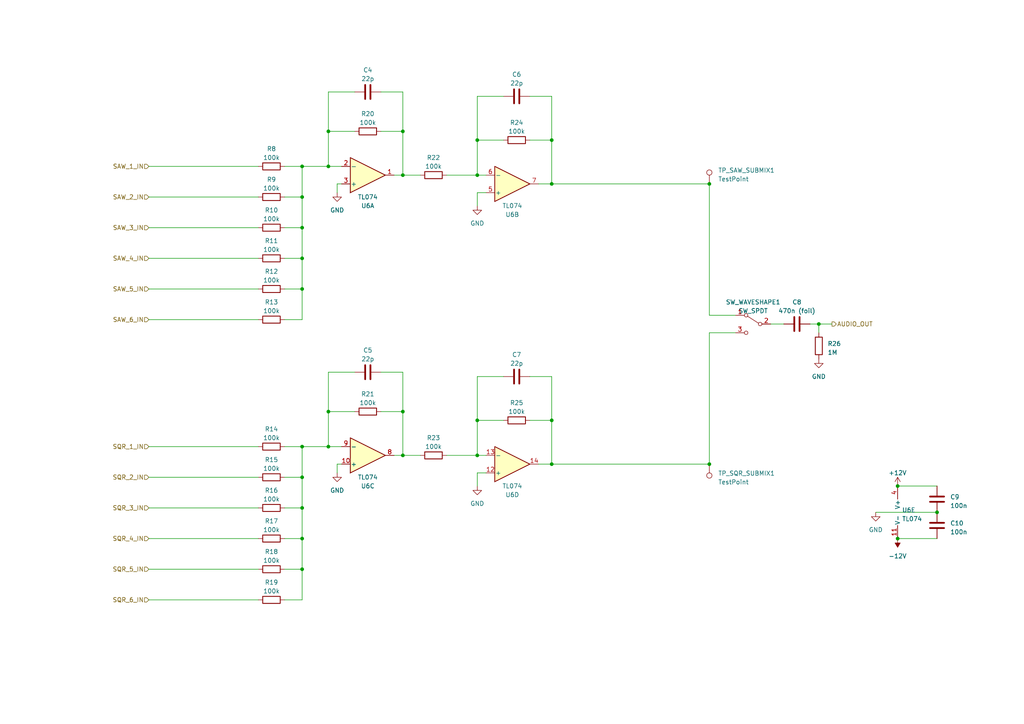
<source format=kicad_sch>
(kicad_sch (version 20230121) (generator eeschema)
  (paper "A4")
  (lib_symbols
    (symbol "Amplifier_Operational:TL074" (pin_names (offset 0.127))
      (property "Reference" "U" (at 0 5.08 0))
      (property "Value" "TL074" (at 0 -5.08 0))
      (symbol "TL074_1_1"
        (polyline (pts (xy -5.08 5.08) (xy 5.08 0) (xy -5.08 -5.08) (xy -5.08 5.08)) (stroke (width 0.254)) (fill (type background)))
        (pin output line (at 7.62 0 180) (length 2.54) (name "~") (number "1"))
        (pin input line (at -7.62 -2.54 0) (length 2.54) (name "-") (number "2"))
        (pin input line (at -7.62 2.54 0) (length 2.54) (name "+") (number "3"))
      )
      (symbol "TL074_2_1"
        (polyline (pts (xy -5.08 5.08) (xy 5.08 0) (xy -5.08 -5.08) (xy -5.08 5.08)) (stroke (width 0.254)) (fill (type background)))
        (pin input line (at -7.62 2.54 0) (length 2.54) (name "+") (number "5"))
        (pin input line (at -7.62 -2.54 0) (length 2.54) (name "-") (number "6"))
        (pin output line (at 7.62 0 180) (length 2.54) (name "~") (number "7"))
      )
      (symbol "TL074_3_1"
        (polyline (pts (xy -5.08 5.08) (xy 5.08 0) (xy -5.08 -5.08) (xy -5.08 5.08)) (stroke (width 0.254)) (fill (type background)))
        (pin input line (at -7.62 2.54 0) (length 2.54) (name "+") (number "10"))
        (pin output line (at 7.62 0 180) (length 2.54) (name "~") (number "8"))
        (pin input line (at -7.62 -2.54 0) (length 2.54) (name "-") (number "9"))
      )
      (symbol "TL074_4_1"
        (polyline (pts (xy -5.08 5.08) (xy 5.08 0) (xy -5.08 -5.08) (xy -5.08 5.08)) (stroke (width 0.254)) (fill (type background)))
        (pin input line (at -7.62 2.54 0) (length 2.54) (name "+") (number "12"))
        (pin input line (at -7.62 -2.54 0) (length 2.54) (name "-") (number "13"))
        (pin output line (at 7.62 0 180) (length 2.54) (name "~") (number "14"))
      )
      (symbol "TL074_5_1"
        (pin power_in line (at -2.54 -7.62 90) (length 3.81) (name "V-") (number "11"))
        (pin power_in line (at -2.54 7.62 270) (length 3.81) (name "V+") (number "4"))
      )
    )
    (symbol "Connector:TestPoint" (pin_numbers hide) (pin_names (offset 0.762) hide)
      (property "Reference" "TP" (at 0 6.858 0))
      (property "Value" "TestPoint" (at 0 5.08 0))
      (symbol "TestPoint_0_1"
        (circle (center 0 3.302) (radius 0.762))
      )
      (symbol "TestPoint_1_1"
        (pin passive line (at 0 0 90) (length 2.54) (name "1") (number "1"))
      )
    )
    (symbol "Device:C" (pin_numbers hide) (pin_names (offset 0.254))
      (property "Reference" "C" (at 0.635 2.54 0))
      (property "Value" "C" (at 0.635 -2.54 0))
      (symbol "C_0_1"
        (polyline (pts (xy -2.032 -0.762) (xy 2.032 -0.762)) (stroke (width 0.508)))
        (polyline (pts (xy -2.032 0.762) (xy 2.032 0.762)) (stroke (width 0.508)))
      )
      (symbol "C_1_1"
        (pin passive line (at 0 3.81 270) (length 2.794) (name "~") (number "1"))
        (pin passive line (at 0 -3.81 90) (length 2.794) (name "~") (number "2"))
      )
    )
    (symbol "Device:R" (pin_numbers hide) (pin_names (offset 0))
      (property "Reference" "R" (at 2.032 0 90))
      (property "Value" "R" (at 0 0 90))
      (symbol "R_0_1"
        (rectangle (start -1.016 -2.54) (end 1.016 2.54) (stroke (width 0.254)))
      )
      (symbol "R_1_1"
        (pin passive line (at 0 3.81 270) (length 1.27) (name "~") (number "1"))
        (pin passive line (at 0 -3.81 90) (length 1.27) (name "~") (number "2"))
      )
    )
    (symbol "Switch:SW_SPDT" (pin_names (offset 0) hide)
      (property "Reference" "SW" (at 0 4.318 0))
      (property "Value" "SW_SPDT" (at 0 -5.08 0))
      (symbol "SW_SPDT_0_0"
        (circle (center -2.032 0) (radius 0.508))
        (circle (center 2.032 -2.54) (radius 0.508))
      )
      (symbol "SW_SPDT_0_1"
        (polyline (pts (xy -1.524 0.254) (xy 1.651 2.286)))
        (circle (center 2.032 2.54) (radius 0.508))
      )
      (symbol "SW_SPDT_1_1"
        (pin passive line (at 5.08 2.54 180) (length 2.54) (name "A") (number "1"))
        (pin passive line (at -5.08 0 0) (length 2.54) (name "B") (number "2"))
        (pin passive line (at 5.08 -2.54 180) (length 2.54) (name "C") (number "3"))
      )
    )
    (symbol "power:+12V" (power) (pin_names (offset 0))
      (property "Value" "+12V" (at 0 3.556 0))
      (symbol "+12V_0_1"
        (polyline (pts (xy -0.762 1.27) (xy 0 2.54)))
        (polyline (pts (xy 0 0) (xy 0 2.54)))
        (polyline (pts (xy 0 2.54) (xy 0.762 1.27)))
      )
      (symbol "+12V_1_1"
        (pin power_in line (at 0 0 90) (length 0) hide (name "+12V") (number "1"))
      )
    )
    (symbol "power:-12V" (power) (pin_names (offset 0))
      (property "Value" "-12V" (at 0 3.81 0))
      (symbol "-12V_0_0"
        (pin power_in line (at 0 0 90) (length 0) hide (name "-12V") (number "1"))
      )
      (symbol "-12V_0_1"
        (polyline (pts (xy 0 0) (xy 0 1.27) (xy 0.762 1.27) (xy 0 2.54) (xy -0.762 1.27) (xy 0 1.27)) (fill (type outline)))
      )
    )
    (symbol "power:GND" (power) (pin_names (offset 0))
      (property "Value" "GND" (at 0 -3.81 0))
      (symbol "GND_0_1"
        (polyline (pts (xy 0 0) (xy 0 -1.27) (xy 1.27 -1.27) (xy 0 -2.54) (xy -1.27 -1.27) (xy 0 -1.27)))
      )
      (symbol "GND_1_1"
        (pin power_in line (at 0 0 270) (length 0) hide (name "GND") (number "1"))
      )
    )
  )
  (junction (at 138.43 132.08))
  (junction (at 87.63 138.43))
  (junction (at 205.74 134.62))
  (junction (at 116.84 38.1))
  (junction (at 87.63 48.26))
  (junction (at 87.63 83.82))
  (junction (at 138.43 121.92))
  (junction (at 160.02 40.64))
  (junction (at 87.63 57.15))
  (junction (at 138.43 50.8))
  (junction (at 116.84 50.8))
  (junction (at 260.35 156.21))
  (junction (at 95.25 38.1))
  (junction (at 205.74 53.34))
  (junction (at 95.25 119.38))
  (junction (at 271.78 148.59))
  (junction (at 87.63 147.32))
  (junction (at 87.63 129.54))
  (junction (at 87.63 165.1))
  (junction (at 138.43 40.64))
  (junction (at 237.49 93.98))
  (junction (at 160.02 134.62))
  (junction (at 116.84 132.08))
  (junction (at 160.02 53.34))
  (junction (at 87.63 74.93))
  (junction (at 95.25 48.26))
  (junction (at 260.35 140.97))
  (junction (at 160.02 121.92))
  (junction (at 87.63 156.21))
  (junction (at 87.63 66.04))
  (junction (at 116.84 119.38))
  (junction (at 95.25 129.54))
  (wire (pts (xy 116.84 50.8) (xy 114.3 50.8)))
  (wire (pts (xy 87.63 92.71) (xy 82.55 92.71)))
  (wire (pts (xy 95.25 107.95) (xy 95.25 119.38)))
  (wire (pts (xy 138.43 132.08) (xy 140.97 132.08)))
  (wire (pts (xy 43.18 48.26) (xy 74.93 48.26)))
  (wire (pts (xy 140.97 55.88) (xy 138.43 55.88)))
  (wire (pts (xy 82.55 66.04) (xy 87.63 66.04)))
  (wire (pts (xy 146.05 27.94) (xy 138.43 27.94)))
  (wire (pts (xy 95.25 119.38) (xy 95.25 129.54)))
  (wire (pts (xy 95.25 38.1) (xy 95.25 48.26)))
  (wire (pts (xy 205.74 53.34) (xy 205.74 91.44)))
  (wire (pts (xy 87.63 156.21) (xy 87.63 165.1)))
  (wire (pts (xy 43.18 83.82) (xy 74.93 83.82)))
  (wire (pts (xy 260.35 156.21) (xy 271.78 156.21)))
  (wire (pts (xy 99.06 53.34) (xy 97.79 53.34)))
  (wire (pts (xy 110.49 26.67) (xy 116.84 26.67)))
  (wire (pts (xy 205.74 91.44) (xy 213.36 91.44)))
  (wire (pts (xy 153.67 121.92) (xy 160.02 121.92)))
  (wire (pts (xy 110.49 38.1) (xy 116.84 38.1)))
  (wire (pts (xy 146.05 40.64) (xy 138.43 40.64)))
  (wire (pts (xy 140.97 137.16) (xy 138.43 137.16)))
  (wire (pts (xy 116.84 132.08) (xy 114.3 132.08)))
  (wire (pts (xy 205.74 134.62) (xy 205.74 96.52)))
  (wire (pts (xy 138.43 137.16) (xy 138.43 140.97)))
  (wire (pts (xy 160.02 53.34) (xy 205.74 53.34)))
  (wire (pts (xy 102.87 107.95) (xy 95.25 107.95)))
  (wire (pts (xy 237.49 93.98) (xy 237.49 96.52)))
  (wire (pts (xy 234.95 93.98) (xy 237.49 93.98)))
  (wire (pts (xy 43.18 173.99) (xy 74.93 173.99)))
  (wire (pts (xy 146.05 121.92) (xy 138.43 121.92)))
  (wire (pts (xy 87.63 173.99) (xy 82.55 173.99)))
  (wire (pts (xy 95.25 48.26) (xy 99.06 48.26)))
  (wire (pts (xy 102.87 38.1) (xy 95.25 38.1)))
  (wire (pts (xy 43.18 147.32) (xy 74.93 147.32)))
  (wire (pts (xy 87.63 165.1) (xy 87.63 173.99)))
  (wire (pts (xy 160.02 134.62) (xy 156.21 134.62)))
  (wire (pts (xy 87.63 48.26) (xy 95.25 48.26)))
  (wire (pts (xy 87.63 138.43) (xy 87.63 147.32)))
  (wire (pts (xy 97.79 53.34) (xy 97.79 55.88)))
  (wire (pts (xy 87.63 57.15) (xy 87.63 66.04)))
  (wire (pts (xy 102.87 26.67) (xy 95.25 26.67)))
  (wire (pts (xy 116.84 119.38) (xy 116.84 132.08)))
  (wire (pts (xy 160.02 40.64) (xy 160.02 53.34)))
  (wire (pts (xy 254 148.59) (xy 271.78 148.59)))
  (wire (pts (xy 205.74 96.52) (xy 213.36 96.52)))
  (wire (pts (xy 82.55 147.32) (xy 87.63 147.32)))
  (wire (pts (xy 87.63 83.82) (xy 87.63 92.71)))
  (wire (pts (xy 43.18 165.1) (xy 74.93 165.1)))
  (wire (pts (xy 116.84 50.8) (xy 121.92 50.8)))
  (wire (pts (xy 43.18 92.71) (xy 74.93 92.71)))
  (wire (pts (xy 138.43 55.88) (xy 138.43 59.69)))
  (wire (pts (xy 223.52 93.98) (xy 227.33 93.98)))
  (wire (pts (xy 43.18 156.21) (xy 74.93 156.21)))
  (wire (pts (xy 138.43 40.64) (xy 138.43 50.8)))
  (wire (pts (xy 160.02 121.92) (xy 160.02 134.62)))
  (wire (pts (xy 116.84 132.08) (xy 121.92 132.08)))
  (wire (pts (xy 153.67 40.64) (xy 160.02 40.64)))
  (wire (pts (xy 153.67 109.22) (xy 160.02 109.22)))
  (wire (pts (xy 260.35 140.97) (xy 271.78 140.97)))
  (wire (pts (xy 87.63 147.32) (xy 87.63 156.21)))
  (wire (pts (xy 82.55 165.1) (xy 87.63 165.1)))
  (wire (pts (xy 82.55 74.93) (xy 87.63 74.93)))
  (wire (pts (xy 97.79 134.62) (xy 97.79 137.16)))
  (wire (pts (xy 160.02 134.62) (xy 205.74 134.62)))
  (wire (pts (xy 146.05 109.22) (xy 138.43 109.22)))
  (wire (pts (xy 138.43 27.94) (xy 138.43 40.64)))
  (wire (pts (xy 95.25 129.54) (xy 99.06 129.54)))
  (wire (pts (xy 138.43 50.8) (xy 140.97 50.8)))
  (wire (pts (xy 87.63 138.43) (xy 87.63 129.54)))
  (wire (pts (xy 110.49 119.38) (xy 116.84 119.38)))
  (wire (pts (xy 138.43 109.22) (xy 138.43 121.92)))
  (wire (pts (xy 82.55 138.43) (xy 87.63 138.43)))
  (wire (pts (xy 82.55 83.82) (xy 87.63 83.82)))
  (wire (pts (xy 87.63 57.15) (xy 87.63 48.26)))
  (wire (pts (xy 110.49 107.95) (xy 116.84 107.95)))
  (wire (pts (xy 116.84 26.67) (xy 116.84 38.1)))
  (wire (pts (xy 129.54 50.8) (xy 138.43 50.8)))
  (wire (pts (xy 160.02 27.94) (xy 160.02 40.64)))
  (wire (pts (xy 43.18 66.04) (xy 74.93 66.04)))
  (wire (pts (xy 129.54 132.08) (xy 138.43 132.08)))
  (wire (pts (xy 87.63 66.04) (xy 87.63 74.93)))
  (wire (pts (xy 87.63 74.93) (xy 87.63 83.82)))
  (wire (pts (xy 43.18 129.54) (xy 74.93 129.54)))
  (wire (pts (xy 138.43 121.92) (xy 138.43 132.08)))
  (wire (pts (xy 43.18 74.93) (xy 74.93 74.93)))
  (wire (pts (xy 116.84 107.95) (xy 116.84 119.38)))
  (wire (pts (xy 160.02 53.34) (xy 156.21 53.34)))
  (wire (pts (xy 99.06 134.62) (xy 97.79 134.62)))
  (wire (pts (xy 160.02 109.22) (xy 160.02 121.92)))
  (wire (pts (xy 87.63 129.54) (xy 95.25 129.54)))
  (wire (pts (xy 82.55 48.26) (xy 87.63 48.26)))
  (wire (pts (xy 102.87 119.38) (xy 95.25 119.38)))
  (wire (pts (xy 95.25 26.67) (xy 95.25 38.1)))
  (wire (pts (xy 43.18 57.15) (xy 74.93 57.15)))
  (wire (pts (xy 82.55 129.54) (xy 87.63 129.54)))
  (wire (pts (xy 82.55 156.21) (xy 87.63 156.21)))
  (wire (pts (xy 237.49 93.98) (xy 241.3 93.98)))
  (wire (pts (xy 43.18 138.43) (xy 74.93 138.43)))
  (wire (pts (xy 116.84 38.1) (xy 116.84 50.8)))
  (wire (pts (xy 82.55 57.15) (xy 87.63 57.15)))
  (wire (pts (xy 153.67 27.94) (xy 160.02 27.94)))
  (hierarchical_label "SQR_3_IN" (shape input) (at 43.18 147.32 180))
  (hierarchical_label "SAW_5_IN" (shape input) (at 43.18 83.82 180))
  (hierarchical_label "SQR_4_IN" (shape input) (at 43.18 156.21 180))
  (hierarchical_label "AUDIO_OUT" (shape output) (at 241.3 93.98 0))
  (hierarchical_label "SQR_1_IN" (shape input) (at 43.18 129.54 180))
  (hierarchical_label "SQR_5_IN" (shape input) (at 43.18 165.1 180))
  (hierarchical_label "SQR_6_IN" (shape input) (at 43.18 173.99 180))
  (hierarchical_label "SAW_2_IN" (shape input) (at 43.18 57.15 180))
  (hierarchical_label "SQR_2_IN" (shape input) (at 43.18 138.43 180))
  (hierarchical_label "SAW_4_IN" (shape input) (at 43.18 74.93 180))
  (hierarchical_label "SAW_3_IN" (shape input) (at 43.18 66.04 180))
  (hierarchical_label "SAW_6_IN" (shape input) (at 43.18 92.71 180))
  (hierarchical_label "SAW_1_IN" (shape input) (at 43.18 48.26 180))
  (symbol (lib_id "Amplifier_Operational:TL074") (at 262.89 148.59 0) (unit 5)
    (property "Reference" "U6" (at 261.62 147.955 0) (effects (justify left)))
    (property "Value" "TL074" (at 261.62 150.495 0) (effects (justify left)))
    (property "Footprint" "PCM_Package_DIP_AKL:DIP-14_W7.62mm_LongPads" (effects hide))
    (property "Datasheet" "http://www.ti.com/lit/ds/symlink/tl071.pdf" (effects hide))
  )
  (symbol (lib_id "power:GND") (at 97.79 55.88 0) (unit 1)
    (property "Reference" "#PWR025" (effects hide))
    (property "Value" "GND" (at 97.79 60.96 0))
  )
  (symbol (lib_id "Device:R") (at 78.74 147.32 90) (unit 1)
    (property "Reference" "R16" (at 78.74 142.24 90))
    (property "Value" "100k" (at 78.74 144.78 90))
    (property "Footprint" "Shmoergh_Custom_Footprints:R_Axial_DIN0207_L6.3mm_D2.5mm_P7.62mm_Horizontal" (effects hide))
  )
  (symbol (lib_id "Device:R") (at 78.74 57.15 90) (unit 1)
    (property "Reference" "R9" (at 78.74 52.07 90))
    (property "Value" "100k" (at 78.74 54.61 90))
    (property "Footprint" "Shmoergh_Custom_Footprints:R_Axial_DIN0207_L6.3mm_D2.5mm_P7.62mm_Horizontal" (effects hide))
  )
  (symbol (lib_id "power:GND") (at 237.49 104.14 0) (unit 1)
    (property "Reference" "#PWR029" (effects hide))
    (property "Value" "GND" (at 237.49 109.22 0))
  )
  (symbol (lib_id "Device:R") (at 78.74 156.21 90) (unit 1)
    (property "Reference" "R17" (at 78.74 151.13 90))
    (property "Value" "100k" (at 78.74 153.67 90))
    (property "Footprint" "Shmoergh_Custom_Footprints:R_Axial_DIN0207_L6.3mm_D2.5mm_P7.62mm_Horizontal" (effects hide))
  )
  (symbol (lib_id "power:GND") (at 138.43 59.69 0) (unit 1)
    (property "Reference" "#PWR027" (effects hide))
    (property "Value" "GND" (at 138.43 64.77 0))
  )
  (symbol (lib_id "Device:C") (at 271.78 144.78 0) (unit 1)
    (property "Reference" "C9" (at 275.59 144.145 0) (effects (justify left)))
    (property "Value" "100n" (at 275.59 146.685 0) (effects (justify left)))
    (property "Footprint" "Capacitor_THT:C_Disc_D3.0mm_W2.0mm_P2.50mm" (effects hide))
  )
  (symbol (lib_id "Device:R") (at 106.68 119.38 90) (unit 1)
    (property "Reference" "R21" (at 106.68 114.3 90))
    (property "Value" "100k" (at 106.68 116.84 90))
    (property "Footprint" "Shmoergh_Custom_Footprints:R_Axial_DIN0207_L6.3mm_D2.5mm_P7.62mm_Horizontal" (effects hide))
  )
  (symbol (lib_id "Device:R") (at 78.74 83.82 90) (unit 1)
    (property "Reference" "R12" (at 78.74 78.74 90))
    (property "Value" "100k" (at 78.74 81.28 90))
    (property "Footprint" "Shmoergh_Custom_Footprints:R_Axial_DIN0207_L6.3mm_D2.5mm_P7.62mm_Horizontal" (effects hide))
  )
  (symbol (lib_id "Amplifier_Operational:TL074") (at 106.68 132.08 0) (mirror x) (unit 3)
    (property "Reference" "U6" (at 106.68 140.97 0))
    (property "Value" "TL074" (at 106.68 138.43 0))
    (property "Footprint" "PCM_Package_DIP_AKL:DIP-14_W7.62mm_LongPads" (effects hide))
    (property "Datasheet" "http://www.ti.com/lit/ds/symlink/tl071.pdf" (effects hide))
  )
  (symbol (lib_id "Device:C") (at 106.68 26.67 90) (unit 1)
    (property "Reference" "C4" (at 106.68 20.32 90))
    (property "Value" "22p" (at 106.68 22.86 90))
    (property "Footprint" "Capacitor_THT:C_Disc_D3.0mm_W2.0mm_P2.50mm" (effects hide))
  )
  (symbol (lib_id "Amplifier_Operational:TL074") (at 148.59 53.34 0) (mirror x) (unit 2)
    (property "Reference" "U6" (at 148.59 62.23 0))
    (property "Value" "TL074" (at 148.59 59.69 0))
    (property "Footprint" "PCM_Package_DIP_AKL:DIP-14_W7.62mm_LongPads" (effects hide))
    (property "Datasheet" "http://www.ti.com/lit/ds/symlink/tl071.pdf" (effects hide))
  )
  (symbol (lib_id "Device:R") (at 78.74 138.43 90) (unit 1)
    (property "Reference" "R15" (at 78.74 133.35 90))
    (property "Value" "100k" (at 78.74 135.89 90))
    (property "Footprint" "Shmoergh_Custom_Footprints:R_Axial_DIN0207_L6.3mm_D2.5mm_P7.62mm_Horizontal" (effects hide))
  )
  (symbol (lib_id "Device:R") (at 78.74 74.93 90) (unit 1)
    (property "Reference" "R11" (at 78.74 69.85 90))
    (property "Value" "100k" (at 78.74 72.39 90))
    (property "Footprint" "Shmoergh_Custom_Footprints:R_Axial_DIN0207_L6.3mm_D2.5mm_P7.62mm_Horizontal" (effects hide))
  )
  (symbol (lib_id "Device:C") (at 149.86 27.94 90) (unit 1)
    (property "Reference" "C6" (at 149.86 21.59 90))
    (property "Value" "22p" (at 149.86 24.13 90))
    (property "Footprint" "Capacitor_THT:C_Disc_D3.0mm_W2.0mm_P2.50mm" (effects hide))
  )
  (symbol (lib_id "Amplifier_Operational:TL074") (at 106.68 50.8 0) (mirror x) (unit 1)
    (property "Reference" "U6" (at 106.68 59.69 0))
    (property "Value" "TL074" (at 106.68 57.15 0))
    (property "Footprint" "PCM_Package_DIP_AKL:DIP-14_W7.62mm_LongPads" (effects hide))
    (property "Datasheet" "http://www.ti.com/lit/ds/symlink/tl071.pdf" (effects hide))
  )
  (symbol (lib_id "Device:R") (at 78.74 165.1 90) (unit 1)
    (property "Reference" "R18" (at 78.74 160.02 90))
    (property "Value" "100k" (at 78.74 162.56 90))
    (property "Footprint" "Shmoergh_Custom_Footprints:R_Axial_DIN0207_L6.3mm_D2.5mm_P7.62mm_Horizontal" (effects hide))
  )
  (symbol (lib_id "Device:R") (at 149.86 40.64 90) (unit 1)
    (property "Reference" "R24" (at 149.86 35.56 90))
    (property "Value" "100k" (at 149.86 38.1 90))
    (property "Footprint" "Shmoergh_Custom_Footprints:R_Axial_DIN0207_L6.3mm_D2.5mm_P7.62mm_Horizontal" (effects hide))
  )
  (symbol (lib_id "power:+12V") (at 260.35 140.97 0) (unit 1)
    (property "Reference" "#PWR031" (effects hide))
    (property "Value" "+12V" (at 260.35 137.16 0))
  )
  (symbol (lib_id "Device:C") (at 106.68 107.95 90) (unit 1)
    (property "Reference" "C5" (at 106.68 101.6 90))
    (property "Value" "22p" (at 106.68 104.14 90))
    (property "Footprint" "Capacitor_THT:C_Disc_D3.0mm_W2.0mm_P2.50mm" (effects hide))
  )
  (symbol (lib_id "Device:R") (at 78.74 129.54 90) (unit 1)
    (property "Reference" "R14" (at 78.74 124.46 90))
    (property "Value" "100k" (at 78.74 127 90))
    (property "Footprint" "Shmoergh_Custom_Footprints:R_Axial_DIN0207_L6.3mm_D2.5mm_P7.62mm_Horizontal" (effects hide))
  )
  (symbol (lib_id "Device:R") (at 78.74 48.26 90) (unit 1)
    (property "Reference" "R8" (at 78.74 43.18 90))
    (property "Value" "100k" (at 78.74 45.72 90))
    (property "Footprint" "Shmoergh_Custom_Footprints:R_Axial_DIN0207_L6.3mm_D2.5mm_P7.62mm_Horizontal" (effects hide))
  )
  (symbol (lib_id "Device:R") (at 78.74 66.04 90) (unit 1)
    (property "Reference" "R10" (at 78.74 60.96 90))
    (property "Value" "100k" (at 78.74 63.5 90))
    (property "Footprint" "Shmoergh_Custom_Footprints:R_Axial_DIN0207_L6.3mm_D2.5mm_P7.62mm_Horizontal" (effects hide))
  )
  (symbol (lib_id "Device:R") (at 78.74 173.99 90) (unit 1)
    (property "Reference" "R19" (at 78.74 168.91 90))
    (property "Value" "100k" (at 78.74 171.45 90))
    (property "Footprint" "Shmoergh_Custom_Footprints:R_Axial_DIN0207_L6.3mm_D2.5mm_P7.62mm_Horizontal" (effects hide))
  )
  (symbol (lib_id "Amplifier_Operational:TL074") (at 148.59 134.62 0) (mirror x) (unit 4)
    (property "Reference" "U6" (at 148.59 143.51 0))
    (property "Value" "TL074" (at 148.59 140.97 0))
    (property "Footprint" "PCM_Package_DIP_AKL:DIP-14_W7.62mm_LongPads" (effects hide))
    (property "Datasheet" "http://www.ti.com/lit/ds/symlink/tl071.pdf" (effects hide))
  )
  (symbol (lib_id "power:GND") (at 138.43 140.97 0) (unit 1)
    (property "Reference" "#PWR028" (effects hide))
    (property "Value" "GND" (at 138.43 146.05 0))
  )
  (symbol (lib_id "Device:C") (at 271.78 152.4 0) (unit 1)
    (property "Reference" "C10" (at 275.59 151.765 0) (effects (justify left)))
    (property "Value" "100n" (at 275.59 154.305 0) (effects (justify left)))
    (property "Footprint" "Capacitor_THT:C_Disc_D3.0mm_W2.0mm_P2.50mm" (effects hide))
  )
  (symbol (lib_id "power:GND") (at 254 148.59 0) (unit 1)
    (property "Reference" "#PWR030" (effects hide))
    (property "Value" "GND" (at 254 153.67 0))
  )
  (symbol (lib_id "Device:C") (at 231.14 93.98 90) (unit 1)
    (property "Reference" "C8" (at 231.14 87.63 90))
    (property "Value" "470n (foil)" (at 231.14 90.17 90))
    (property "Footprint" "Capacitor_THT:C_Rect_L7.0mm_W3.5mm_P5.00mm" (effects hide))
  )
  (symbol (lib_id "Device:R") (at 78.74 92.71 90) (unit 1)
    (property "Reference" "R13" (at 78.74 87.63 90))
    (property "Value" "100k" (at 78.74 90.17 90))
    (property "Footprint" "Shmoergh_Custom_Footprints:R_Axial_DIN0207_L6.3mm_D2.5mm_P7.62mm_Horizontal" (effects hide))
  )
  (symbol (lib_id "Switch:SW_SPDT") (at 218.44 93.98 0) (mirror y) (unit 1)
    (property "Reference" "SW_WAVESHAPE1" (at 218.44 87.63 0))
    (property "Value" "SW_SPDT" (at 218.44 90.17 0))
    (property "Footprint" "Shmoergh_Custom_Footprints:NSL25_01x03_Vertical" (effects hide))
  )
  (symbol (lib_id "power:-12V") (at 260.35 156.21 180) (unit 1)
    (property "Reference" "#PWR032" (effects hide))
    (property "Value" "-12V" (at 260.35 161.29 0))
  )
  (symbol (lib_id "Device:R") (at 125.73 132.08 90) (unit 1)
    (property "Reference" "R23" (at 125.73 127 90))
    (property "Value" "100k" (at 125.73 129.54 90))
    (property "Footprint" "Shmoergh_Custom_Footprints:R_Axial_DIN0207_L6.3mm_D2.5mm_P7.62mm_Horizontal" (effects hide))
  )
  (symbol (lib_id "Device:C") (at 149.86 109.22 90) (unit 1)
    (property "Reference" "C7" (at 149.86 102.87 90))
    (property "Value" "22p" (at 149.86 105.41 90))
    (property "Footprint" "Capacitor_THT:C_Disc_D3.0mm_W2.0mm_P2.50mm" (effects hide))
  )
  (symbol (lib_id "Connector:TestPoint") (at 205.74 134.62 180) (unit 1)
    (property "Reference" "TP_SQR_SUBMIX1" (at 208.28 137.287 0) (effects (justify right)))
    (property "Value" "TestPoint" (at 208.28 139.827 0) (effects (justify right)))
    (property "Footprint" "TestPoint:TestPoint_THTPad_D2.0mm_Drill1.0mm" (effects hide))
  )
  (symbol (lib_id "Device:R") (at 106.68 38.1 90) (unit 1)
    (property "Reference" "R20" (at 106.68 33.02 90))
    (property "Value" "100k" (at 106.68 35.56 90))
    (property "Footprint" "Shmoergh_Custom_Footprints:R_Axial_DIN0207_L6.3mm_D2.5mm_P7.62mm_Horizontal" (effects hide))
  )
  (symbol (lib_id "Connector:TestPoint") (at 205.74 53.34 0) (unit 1)
    (property "Reference" "TP_SAW_SUBMIX1" (at 208.28 49.403 0) (effects (justify left)))
    (property "Value" "TestPoint" (at 208.28 51.943 0) (effects (justify left)))
    (property "Footprint" "TestPoint:TestPoint_THTPad_D2.0mm_Drill1.0mm" (effects hide))
  )
  (symbol (lib_id "Device:R") (at 125.73 50.8 90) (unit 1)
    (property "Reference" "R22" (at 125.73 45.72 90))
    (property "Value" "100k" (at 125.73 48.26 90))
    (property "Footprint" "Shmoergh_Custom_Footprints:R_Axial_DIN0207_L6.3mm_D2.5mm_P7.62mm_Horizontal" (effects hide))
  )
  (symbol (lib_id "Device:R") (at 237.49 100.33 0) (unit 1)
    (property "Reference" "R26" (at 240.03 99.695 0) (effects (justify left)))
    (property "Value" "1M" (at 240.03 102.235 0) (effects (justify left)))
    (property "Footprint" "Shmoergh_Custom_Footprints:R_Axial_DIN0207_L6.3mm_D2.5mm_P7.62mm_Horizontal" (effects hide))
  )
  (symbol (lib_id "power:GND") (at 97.79 137.16 0) (unit 1)
    (property "Reference" "#PWR026" (effects hide))
    (property "Value" "GND" (at 97.79 142.24 0))
  )
  (symbol (lib_id "Device:R") (at 149.86 121.92 90) (unit 1)
    (property "Reference" "R25" (at 149.86 116.84 90))
    (property "Value" "100k" (at 149.86 119.38 90))
    (property "Footprint" "Shmoergh_Custom_Footprints:R_Axial_DIN0207_L6.3mm_D2.5mm_P7.62mm_Horizontal" (effects hide))
  )
)
</source>
